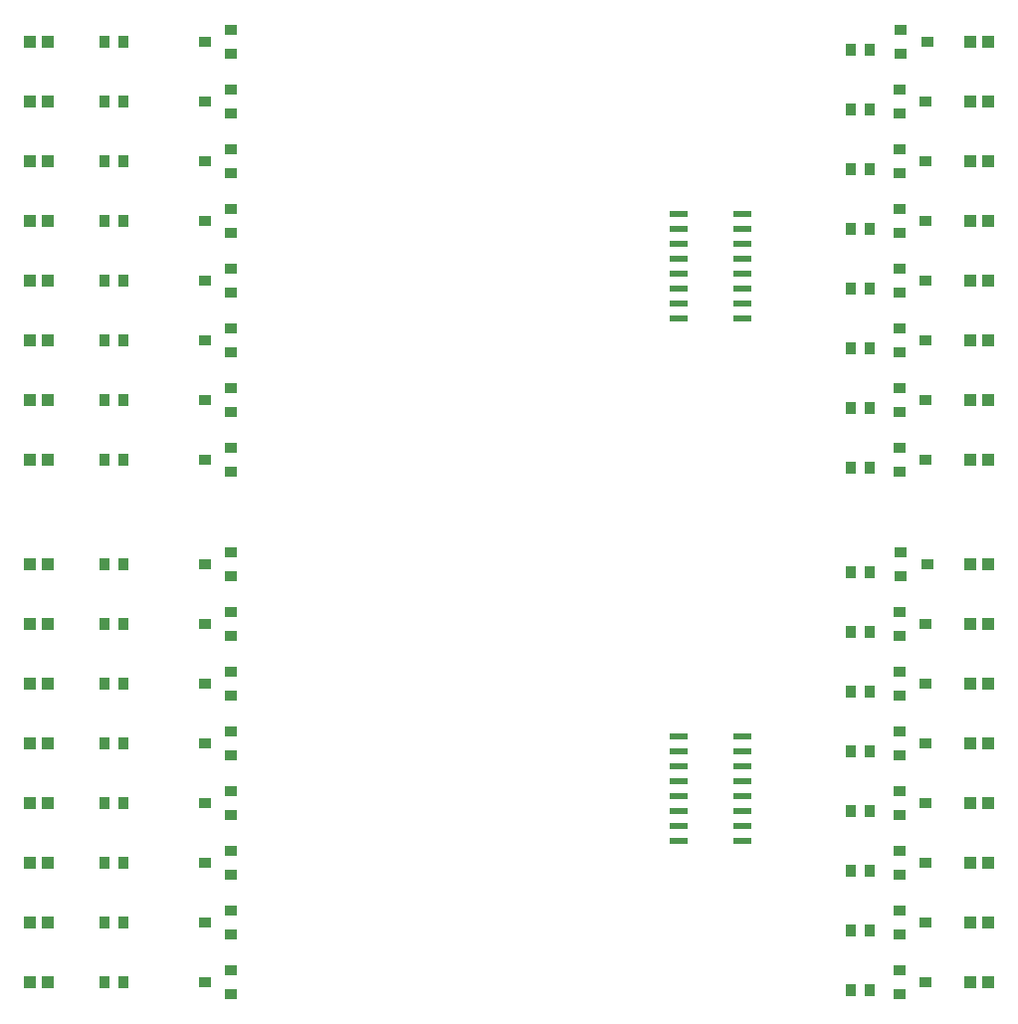
<source format=gbr>
G04 Easy-PC Gerber Version 25.0 Build 5877*
G04 #@! TF.Part,Single*
G04 #@! TF.FileFunction,Paste,Top*
G04 #@! TF.FilePolarity,Positive*
%FSLAX35Y35*%
%MOIN*%
G04 #@! TA.AperFunction,SMDPad,CuDef*
%ADD22R,0.03600X0.04000*%
%ADD20R,0.04050X0.04050*%
%ADD71R,0.05846X0.02303*%
%ADD21R,0.04400X0.03600*%
G04 #@! TD.AperFunction*
X0Y0D02*
D02*
D71*
X304522Y227750D03*
Y232750D03*
Y237750D03*
Y242750D03*
Y247750D03*
Y252750D03*
Y257750D03*
Y262750D03*
Y402750D03*
Y407750D03*
Y412750D03*
Y417750D03*
Y422750D03*
Y427750D03*
Y432750D03*
Y437750D03*
X325978Y227750D03*
Y232750D03*
Y237750D03*
Y242750D03*
Y247750D03*
Y252750D03*
Y257750D03*
Y262750D03*
Y402750D03*
Y407750D03*
Y412750D03*
Y417750D03*
Y422750D03*
Y427750D03*
Y432750D03*
Y437750D03*
D02*
D20*
X87297Y180250D03*
Y200250D03*
Y220250D03*
Y240250D03*
Y260250D03*
Y280250D03*
Y300250D03*
Y320250D03*
Y355250D03*
Y375250D03*
Y395250D03*
Y415250D03*
Y435250D03*
Y455250D03*
Y475250D03*
Y495250D03*
X93203Y180250D03*
Y200250D03*
Y220250D03*
Y240250D03*
Y260250D03*
Y280250D03*
Y300250D03*
Y320250D03*
Y355250D03*
Y375250D03*
Y395250D03*
Y415250D03*
Y435250D03*
Y455250D03*
Y475250D03*
Y495250D03*
X402297Y180250D03*
Y200250D03*
Y220250D03*
Y240250D03*
Y260250D03*
Y280250D03*
Y300250D03*
Y320250D03*
Y355250D03*
Y375250D03*
Y395250D03*
Y415250D03*
Y435250D03*
Y455250D03*
Y475250D03*
Y495250D03*
X408203Y180250D03*
Y200250D03*
Y220250D03*
Y240250D03*
Y260250D03*
Y280250D03*
Y300250D03*
Y320250D03*
Y355250D03*
Y375250D03*
Y395250D03*
Y415250D03*
Y435250D03*
Y455250D03*
Y475250D03*
Y495250D03*
D02*
D21*
X145850Y180250D03*
Y200250D03*
Y220250D03*
Y240250D03*
Y260250D03*
Y280250D03*
Y300250D03*
Y320250D03*
Y355250D03*
Y375250D03*
Y395250D03*
Y415250D03*
Y435250D03*
Y455250D03*
Y475250D03*
Y495250D03*
X154550Y176250D03*
Y184250D03*
Y196250D03*
Y204250D03*
Y216250D03*
Y224250D03*
Y236250D03*
Y244250D03*
Y256250D03*
Y264250D03*
Y276250D03*
Y284250D03*
Y296250D03*
Y304250D03*
Y316250D03*
Y324250D03*
Y351250D03*
Y359250D03*
Y371250D03*
Y379250D03*
Y391250D03*
Y399250D03*
Y411250D03*
Y419250D03*
Y431250D03*
Y439250D03*
Y451250D03*
Y459250D03*
Y471250D03*
Y479250D03*
Y491250D03*
Y499250D03*
X378450Y176250D03*
Y184250D03*
Y196250D03*
Y204250D03*
Y216250D03*
Y224250D03*
Y236250D03*
Y244250D03*
Y256250D03*
Y264250D03*
Y276250D03*
Y284250D03*
Y296250D03*
Y304250D03*
Y351250D03*
Y359250D03*
Y371250D03*
Y379250D03*
Y391250D03*
Y399250D03*
Y411250D03*
Y419250D03*
Y431250D03*
Y439250D03*
Y451250D03*
Y459250D03*
Y471250D03*
Y479250D03*
X378950Y316250D03*
Y324250D03*
Y491250D03*
Y499250D03*
X387150Y180250D03*
Y200250D03*
Y220250D03*
Y240250D03*
Y260250D03*
Y280250D03*
Y300250D03*
Y355250D03*
Y375250D03*
Y395250D03*
Y415250D03*
Y435250D03*
Y455250D03*
Y475250D03*
X387650Y320250D03*
Y495250D03*
D02*
D22*
X112100Y180250D03*
Y200250D03*
Y220250D03*
Y240250D03*
Y260250D03*
Y280250D03*
Y300250D03*
Y320250D03*
Y355250D03*
Y375250D03*
Y395250D03*
Y415250D03*
Y435250D03*
Y455250D03*
Y475250D03*
Y495250D03*
X118400Y180250D03*
Y200250D03*
Y220250D03*
Y240250D03*
Y260250D03*
Y280250D03*
Y300250D03*
Y320250D03*
Y355250D03*
Y375250D03*
Y395250D03*
Y415250D03*
Y435250D03*
Y455250D03*
Y475250D03*
Y495250D03*
X362100Y177750D03*
Y197750D03*
Y217750D03*
Y237750D03*
Y257750D03*
Y277750D03*
Y297750D03*
Y317750D03*
Y352750D03*
Y372750D03*
Y392750D03*
Y412750D03*
Y432750D03*
Y452750D03*
Y472750D03*
Y492750D03*
X368400Y177750D03*
Y197750D03*
Y217750D03*
Y237750D03*
Y257750D03*
Y277750D03*
Y297750D03*
Y317750D03*
Y352750D03*
Y372750D03*
Y392750D03*
Y412750D03*
Y432750D03*
Y452750D03*
Y472750D03*
Y492750D03*
X0Y0D02*
M02*

</source>
